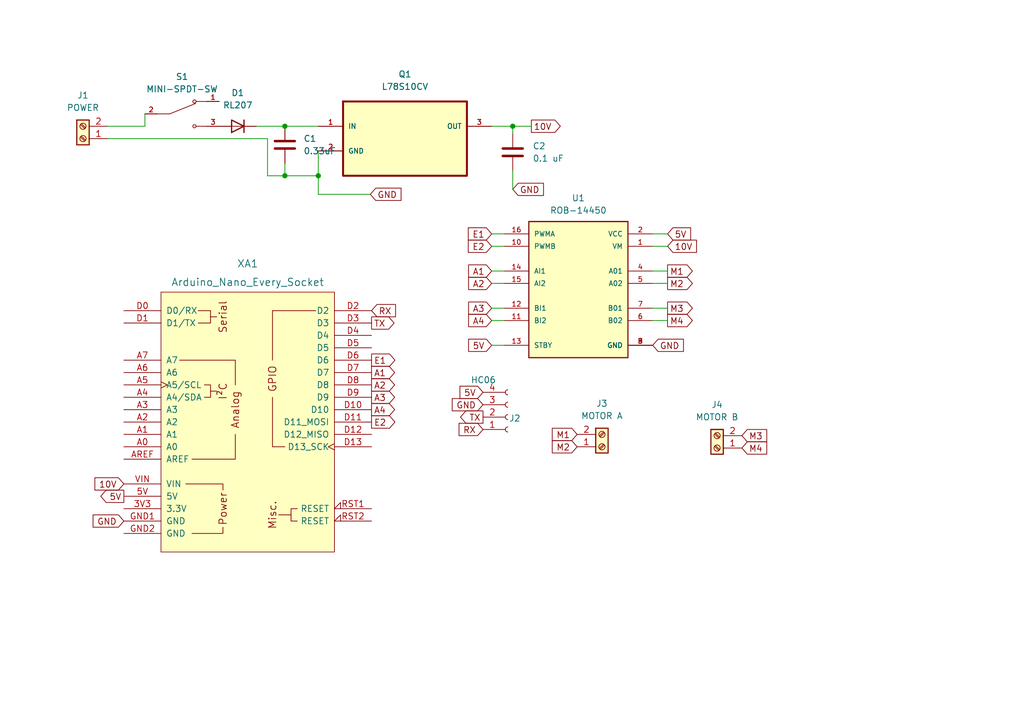
<source format=kicad_sch>
(kicad_sch (version 20230121) (generator eeschema)
  (paper "A5")
  (title_block (title "ROBOT BLUETOOTH") (company "SKILLBOTS"))
  (lib_symbols
    (symbol "Connector:Conn_01x04_Female" (pin_names (offset 1.016) hide)
      (property "Reference" "J" (at 0 5.08 0))
      (property "Value" "Conn_01x04_Female" (at 0 -7.62 0))
      (symbol "Conn_01x04_Female_1_1"
        (arc (start 0 -4.572) (mid -0.5058 -5.08) (end 0 -5.588) (stroke (width 0.1524)))
        (arc (start 0 -2.032) (mid -0.5058 -2.54) (end 0 -3.048) (stroke (width 0.1524)))
        (polyline (pts (xy -1.27 -5.08) (xy -0.508 -5.08)) (stroke (width 0.1524)))
        (polyline (pts (xy -1.27 -2.54) (xy -0.508 -2.54)) (stroke (width 0.1524)))
        (polyline (pts (xy -1.27 0) (xy -0.508 0)) (stroke (width 0.1524)))
        (polyline (pts (xy -1.27 2.54) (xy -0.508 2.54)) (stroke (width 0.1524)))
        (arc (start 0 0.508) (mid -0.5058 0) (end 0 -0.508) (stroke (width 0.1524)))
        (arc (start 0 3.048) (mid -0.5058 2.54) (end 0 2.032) (stroke (width 0.1524)))
        (pin passive line (at -5.08 2.54 0) (length 3.81) (name "Pin_1") (number "1"))
        (pin passive line (at -5.08 0 0) (length 3.81) (name "Pin_2") (number "2"))
        (pin passive line (at -5.08 -2.54 0) (length 3.81) (name "Pin_3") (number "3"))
        (pin passive line (at -5.08 -5.08 0) (length 3.81) (name "Pin_4") (number "4"))
      )
    )
    (symbol "Connector:Screw_Terminal_01x02" (pin_names (offset 1.016) hide)
      (property "Reference" "J" (at 0 2.54 0))
      (property "Value" "Screw_Terminal_01x02" (at 0 -5.08 0))
      (symbol "Screw_Terminal_01x02_1_1"
        (rectangle (start -1.27 1.27) (end 1.27 -3.81) (stroke (width 0.254)) (fill (type background)))
        (circle (center 0 -2.54) (radius 0.635) (stroke (width 0.1524)))
        (polyline (pts (xy -0.5334 -2.2098) (xy 0.3302 -3.048)) (stroke (width 0.1524)))
        (polyline (pts (xy -0.5334 0.3302) (xy 0.3302 -0.508)) (stroke (width 0.1524)))
        (polyline (pts (xy -0.3556 -2.032) (xy 0.508 -2.8702)) (stroke (width 0.1524)))
        (polyline (pts (xy -0.3556 0.508) (xy 0.508 -0.3302)) (stroke (width 0.1524)))
        (circle (center 0 0) (radius 0.635) (stroke (width 0.1524)))
        (pin passive line (at -5.08 0 0) (length 3.81) (name "Pin_1") (number "1"))
        (pin passive line (at -5.08 -2.54 0) (length 3.81) (name "Pin_2") (number "2"))
      )
    )
    (symbol "Device:C" (pin_numbers hide) (pin_names (offset 0.254))
      (property "Reference" "C" (at 0.635 2.54 0))
      (property "Value" "C" (at 0.635 -2.54 0))
      (symbol "C_0_1"
        (polyline (pts (xy -2.032 -0.762) (xy 2.032 -0.762)) (stroke (width 0.508)))
        (polyline (pts (xy -2.032 0.762) (xy 2.032 0.762)) (stroke (width 0.508)))
      )
      (symbol "C_1_1"
        (pin passive line (at 0 3.81 270) (length 2.794) (name "~") (number "1"))
        (pin passive line (at 0 -3.81 90) (length 2.794) (name "~") (number "2"))
      )
    )
    (symbol "Diode:1N4007" (pin_numbers hide) (pin_names hide)
      (property "Reference" "D" (at 0 2.54 0))
      (property "Value" "1N4007" (at 0 -2.54 0))
      (symbol "1N4007_0_1"
        (polyline (pts (xy -1.27 1.27) (xy -1.27 -1.27)) (stroke (width 0.254)))
        (polyline (pts (xy 1.27 0) (xy -1.27 0)))
        (polyline (pts (xy 1.27 1.27) (xy 1.27 -1.27) (xy -1.27 0) (xy 1.27 1.27)) (stroke (width 0.254)))
      )
      (symbol "1N4007_1_1"
        (pin passive line (at -3.81 0 0) (length 2.54) (name "K") (number "1"))
        (pin passive line (at 3.81 0 180) (length 2.54) (name "A") (number "2"))
      )
    )
    (symbol "L78S10CV:L78S10CV" (pin_names (offset 1.016))
      (property "Reference" "Q" (at -4.7306 9.1305 0))
      (property "Value" "L78S10CV" (at -4.6244 -14.8388 0))
      (symbol "L78S10CV_0_0"
        (rectangle (start -12.7 -10.16) (end 12.7 5.08) (stroke (width 0.4064)) (fill (type background)))
        (pin input line (at -17.78 0 0) (length 5.08) (name "IN") (number "1"))
        (pin passive line (at -17.78 -5.08 0) (length 5.08) (name "GND") (number "2"))
        (pin output line (at 17.78 0 180) (length 5.08) (name "OUT") (number "3"))
      )
    )
    (symbol "MINI-SPDT-SW:MINI-SPDT-SW" (pin_names (offset 1.016))
      (property "Reference" "S" (at -2.54 5.08 0))
      (property "Value" "MINI-SPDT-SW" (at -2.54 -5.08 0))
      (symbol "MINI-SPDT-SW_0_0"
        (polyline (pts (xy -2.54 0) (xy -5.08 0)) (stroke (width 0.1524)))
        (polyline (pts (xy -2.54 0) (xy 2.794 2.1336)) (stroke (width 0.1524)))
        (polyline (pts (xy 5.08 -2.54) (xy 2.921 -2.54)) (stroke (width 0.1524)))
        (polyline (pts (xy 5.08 2.54) (xy 2.921 2.54)) (stroke (width 0.1524)))
        (circle (center 2.54 -2.54) (radius 0.3302) (stroke (width 0.1524)))
        (circle (center 2.54 2.54) (radius 0.3302) (stroke (width 0.1524)))
        (pin passive line (at 7.62 2.54 180) (length 2.54) (name "~") (number "1"))
        (pin passive line (at -7.62 0 0) (length 2.54) (name "~") (number "2"))
        (pin passive line (at 7.62 -2.54 180) (length 2.54) (name "~") (number "3"))
      )
    )
    (symbol "PCM_arduino-library:Arduino_Nano_Every_Socket" (pin_names (offset 1.016))
      (property "Reference" "XA" (at 0 33.02 0))
      (property "Value" "Arduino_Nano_Every_Socket" (at 0 29.21 0))
      (symbol "Arduino_Nano_Every_Socket_0_0"
        (rectangle (start -17.78 26.67) (end 17.78 -26.67) (fill (type background)))
        (polyline (pts (xy -7.62 6.35) (xy -6.35 6.35)))
        (polyline (pts (xy -7.62 21.59) (xy -6.35 21.59)))
        (polyline (pts (xy 8.89 -19.05) (xy 6.35 -19.05)))
        (polyline (pts (xy -11.43 -22.86) (xy -5.08 -22.86) (xy -5.08 -21.59)))
        (polyline (pts (xy -5.08 -13.97) (xy -5.08 -12.7) (xy -12.7 -12.7)))
        (polyline (pts (xy -10.16 22.86) (xy -7.62 22.86) (xy -7.62 20.32) (xy -10.16 20.32)))
        (polyline (pts (xy -8.89 7.62) (xy -7.62 7.62) (xy -7.62 5.08) (xy -8.89 5.08)))
        (text "Analog" (at -2.54 2.54 900) (effects (font (size 1.524 1.524))))
        (text "I²C" (at -5.08 6.35 900) (effects (font (size 1.524 1.524))))
        (text "Misc." (at 5.08 -19.05 900) (effects (font (size 1.524 1.524))))
        (text "Power" (at -5.08 -17.78 900) (effects (font (size 1.524 1.524))))
        (text "Serial" (at -5.08 21.59 900) (effects (font (size 1.524 1.524))))
      )
      (symbol "Arduino_Nano_Every_Socket_0_1"
        (polyline (pts (xy -13.97 12.7) (xy -2.54 12.7) (xy -2.54 7.62)))
        (polyline (pts (xy -11.43 -7.62) (xy -2.54 -7.62) (xy -2.54 -2.54)))
        (polyline (pts (xy 7.62 -5.08) (xy 5.08 -5.08) (xy 5.08 5.08)))
        (polyline (pts (xy 13.97 22.86) (xy 5.08 22.86) (xy 5.08 12.7)))
        (polyline (pts (xy 10.16 -17.78) (xy 8.89 -17.78) (xy 8.89 -20.32) (xy 10.16 -20.32)))
      )
      (symbol "Arduino_Nano_Every_Socket_1_0"
        (text "GPIO" (at 5.08 8.89 900) (effects (font (size 1.524 1.524))))
      )
      (symbol "Arduino_Nano_Every_Socket_1_1"
        (pin power_out line (at -25.4 -17.78 0) (length 7.62) (name "3.3V") (number "3V3"))
        (pin power_in line (at -25.4 -15.24 0) (length 7.62) (name "5V") (number "5V"))
        (pin bidirectional line (at -25.4 -5.08 0) (length 7.62) (name "A0") (number "A0"))
        (pin bidirectional line (at -25.4 -2.54 0) (length 7.62) (name "A1") (number "A1"))
        (pin bidirectional line (at -25.4 0 0) (length 7.62) (name "A2") (number "A2"))
        (pin bidirectional line (at -25.4 2.54 0) (length 7.62) (name "A3") (number "A3"))
        (pin bidirectional line (at -25.4 5.08 0) (length 7.62) (name "A4/SDA") (number "A4"))
        (pin bidirectional clock (at -25.4 7.62 0) (length 7.62) (name "A5/SCL") (number "A5"))
        (pin input line (at -25.4 10.16 0) (length 7.62) (name "A6") (number "A6"))
        (pin input line (at -25.4 12.7 0) (length 7.62) (name "A7") (number "A7"))
        (pin input line (at -25.4 -7.62 0) (length 7.62) (name "AREF") (number "AREF"))
        (pin bidirectional line (at -25.4 22.86 0) (length 7.62) (name "D0/RX") (number "D0"))
        (pin bidirectional line (at -25.4 20.32 0) (length 7.62) (name "D1/TX") (number "D1"))
        (pin bidirectional line (at 25.4 2.54 180) (length 7.62) (name "D10") (number "D10"))
        (pin bidirectional line (at 25.4 0 180) (length 7.62) (name "D11_MOSI") (number "D11"))
        (pin bidirectional line (at 25.4 -2.54 180) (length 7.62) (name "D12_MISO") (number "D12"))
        (pin bidirectional clock (at 25.4 -5.08 180) (length 7.62) (name "D13_SCK") (number "D13"))
        (pin bidirectional line (at 25.4 22.86 180) (length 7.62) (name "D2") (number "D2"))
        (pin bidirectional line (at 25.4 20.32 180) (length 7.62) (name "D3") (number "D3"))
        (pin bidirectional line (at 25.4 17.78 180) (length 7.62) (name "D4") (number "D4"))
        (pin bidirectional line (at 25.4 15.24 180) (length 7.62) (name "D5") (number "D5"))
        (pin bidirectional line (at 25.4 12.7 180) (length 7.62) (name "D6") (number "D6"))
        (pin bidirectional line (at 25.4 10.16 180) (length 7.62) (name "D7") (number "D7"))
        (pin bidirectional line (at 25.4 7.62 180) (length 7.62) (name "D8") (number "D8"))
        (pin bidirectional line (at 25.4 5.08 180) (length 7.62) (name "D9") (number "D9"))
        (pin power_in line (at -25.4 -20.32 0) (length 7.62) (name "GND") (number "GND1"))
        (pin power_in line (at -25.4 -22.86 0) (length 7.62) (name "GND") (number "GND2"))
        (pin open_collector input_low (at 25.4 -17.78 180) (length 7.62) (name "RESET") (number "RST1"))
        (pin open_collector input_low (at 25.4 -20.32 180) (length 7.62) (name "RESET") (number "RST2"))
        (pin power_in line (at -25.4 -12.7 0) (length 7.62) (name "VIN") (number "VIN"))
      )
    )
    (symbol "ROB-14450:ROB-14450" (pin_names (offset 1.016))
      (property "Reference" "U" (at -10.16 16.002 0))
      (property "Value" "ROB-14450" (at -10.16 -15.24 0))
      (symbol "ROB-14450_0_0"
        (rectangle (start -10.16 -12.7) (end 10.16 15.24) (stroke (width 0.254)) (fill (type background)))
        (pin power_in line (at 15.24 10.16 180) (length 5.08) (name "VM") (number "1"))
        (pin input line (at -15.24 10.16 0) (length 5.08) (name "PWMB") (number "10"))
        (pin input line (at -15.24 -5.08 0) (length 5.08) (name "BI2") (number "11"))
        (pin input line (at -15.24 -2.54 0) (length 5.08) (name "BI1") (number "12"))
        (pin input line (at -15.24 -10.16 0) (length 5.08) (name "STBY") (number "13"))
        (pin input line (at -15.24 5.08 0) (length 5.08) (name "AI1") (number "14"))
        (pin input line (at -15.24 2.54 0) (length 5.08) (name "AI2") (number "15"))
        (pin input line (at -15.24 12.7 0) (length 5.08) (name "PWMA") (number "16"))
        (pin power_in line (at 15.24 12.7 180) (length 5.08) (name "VCC") (number "2"))
        (pin power_in line (at 15.24 -10.16 180) (length 5.08) (name "GND") (number "3"))
        (pin output line (at 15.24 5.08 180) (length 5.08) (name "A01") (number "4"))
        (pin output line (at 15.24 2.54 180) (length 5.08) (name "A02") (number "5"))
        (pin output line (at 15.24 -5.08 180) (length 5.08) (name "B02") (number "6"))
        (pin output line (at 15.24 -2.54 180) (length 5.08) (name "B01") (number "7"))
        (pin power_in line (at 15.24 -10.16 180) (length 5.08) (name "GND") (number "8"))
        (pin power_in line (at 15.24 -10.16 180) (length 5.08) (name "GND") (number "9"))
      )
    )
  )
  (junction (at 58.42 36.068))
  (junction (at 58.42 25.908))
  (junction (at 65.278 36.068))
  (junction (at 105.156 25.908))
  (wire (pts (xy 100.838 65.786) (xy 103.378 65.786)))
  (wire (pts (xy 54.864 28.448) (xy 54.864 36.068)))
  (wire (pts (xy 65.278 30.988) (xy 65.278 36.068)))
  (wire (pts (xy 100.838 48.006) (xy 103.378 48.006)))
  (wire (pts (xy 133.858 65.786) (xy 136.906 65.786)))
  (wire (pts (xy 58.42 36.068) (xy 65.278 36.068)))
  (wire (pts (xy 65.278 36.068) (xy 65.278 39.878)))
  (wire (pts (xy 133.858 63.246) (xy 136.906 63.246)))
  (wire (pts (xy 100.838 58.166) (xy 103.378 58.166)))
  (wire (pts (xy 58.42 25.908) (xy 65.278 25.908)))
  (wire (pts (xy 29.718 25.908) (xy 29.718 23.368)))
  (wire (pts (xy 52.578 25.908) (xy 58.42 25.908)))
  (wire (pts (xy 100.838 70.866) (xy 103.378 70.866)))
  (wire (pts (xy 100.838 50.546) (xy 103.378 50.546)))
  (wire (pts (xy 22.098 28.448) (xy 54.864 28.448)))
  (wire (pts (xy 133.858 55.626) (xy 136.906 55.626)))
  (wire (pts (xy 105.156 25.908) (xy 100.838 25.908)))
  (wire (pts (xy 100.838 63.246) (xy 103.378 63.246)))
  (wire (pts (xy 133.858 50.546) (xy 136.906 50.546)))
  (wire (pts (xy 133.858 48.006) (xy 136.906 48.006)))
  (wire (pts (xy 105.156 27.432) (xy 105.156 25.908)))
  (wire (pts (xy 105.156 25.908) (xy 108.966 25.908)))
  (wire (pts (xy 58.42 33.528) (xy 58.42 36.068)))
  (wire (pts (xy 54.864 36.068) (xy 58.42 36.068)))
  (wire (pts (xy 100.838 55.626) (xy 103.378 55.626)))
  (wire (pts (xy 105.156 35.052) (xy 105.156 38.862)))
  (wire (pts (xy 133.858 58.166) (xy 136.906 58.166)))
  (wire (pts (xy 22.098 25.908) (xy 29.718 25.908)))
  (wire (pts (xy 65.278 39.878) (xy 75.946 39.878)))
  (global_label "M4" (shape input) (at 152.146 91.948 0) (property "Intersheetrefs" "${INTERSHEET_REFS}" (effects hide)))
  (global_label "A1" (shape output) (at 76.2 76.454 0) (property "Intersheetrefs" "${INTERSHEET_REFS}" (effects hide)))
  (global_label "A1" (shape input) (at 100.838 55.626 180) (property "Intersheetrefs" "${INTERSHEET_REFS}" (effects hide)))
  (global_label "10V" (shape input) (at 25.4 99.314 180) (property "Intersheetrefs" "${INTERSHEET_REFS}" (effects hide)))
  (global_label "E2" (shape output) (at 76.2 86.614 0) (property "Intersheetrefs" "${INTERSHEET_REFS}" (effects hide)))
  (global_label "M4" (shape output) (at 136.906 65.786 0) (property "Intersheetrefs" "${INTERSHEET_REFS}" (effects hide)))
  (global_label "M2" (shape input) (at 118.364 91.694 180) (property "Intersheetrefs" "${INTERSHEET_REFS}" (effects hide)))
  (global_label "A4" (shape output) (at 76.2 84.074 0) (property "Intersheetrefs" "${INTERSHEET_REFS}" (effects hide)))
  (global_label "A4" (shape input) (at 100.838 65.786 180) (property "Intersheetrefs" "${INTERSHEET_REFS}" (effects hide)))
  (global_label "RX" (shape input) (at 99.06 88.138 180) (property "Intersheetrefs" "${INTERSHEET_REFS}" (effects hide)))
  (global_label "M3" (shape output) (at 136.906 63.246 0) (property "Intersheetrefs" "${INTERSHEET_REFS}" (effects hide)))
  (global_label "A2" (shape input) (at 100.838 58.166 180) (property "Intersheetrefs" "${INTERSHEET_REFS}" (effects hide)))
  (global_label "M3" (shape input) (at 152.146 89.408 0) (property "Intersheetrefs" "${INTERSHEET_REFS}" (effects hide)))
  (global_label "5V" (shape input) (at 100.838 70.866 180) (property "Intersheetrefs" "${INTERSHEET_REFS}" (effects hide)))
  (global_label "GND" (shape input) (at 133.858 70.866 0) (property "Intersheetrefs" "${INTERSHEET_REFS}" (effects hide)))
  (global_label "M1" (shape input) (at 118.364 89.154 180) (property "Intersheetrefs" "${INTERSHEET_REFS}" (effects hide)))
  (global_label "5V" (shape input) (at 136.906 48.006 0) (property "Intersheetrefs" "${INTERSHEET_REFS}" (effects hide)))
  (global_label "10V" (shape input) (at 136.906 50.546 0) (property "Intersheetrefs" "${INTERSHEET_REFS}" (effects hide)))
  (global_label "A2" (shape output) (at 76.2 78.994 0) (property "Intersheetrefs" "${INTERSHEET_REFS}" (effects hide)))
  (global_label "5V" (shape input) (at 99.06 80.518 180) (property "Intersheetrefs" "${INTERSHEET_REFS}" (effects hide)))
  (global_label "RX" (shape input) (at 76.2 63.754 0) (property "Intersheetrefs" "${INTERSHEET_REFS}" (effects hide)))
  (global_label "GND" (shape input) (at 99.06 83.058 180) (property "Intersheetrefs" "${INTERSHEET_REFS}" (effects hide)))
  (global_label "GND" (shape input) (at 25.4 106.934 180) (property "Intersheetrefs" "${INTERSHEET_REFS}" (effects hide)))
  (global_label "TX" (shape output) (at 99.06 85.598 180) (property "Intersheetrefs" "${INTERSHEET_REFS}" (effects hide)))
  (global_label "TX" (shape output) (at 76.2 66.294 0) (property "Intersheetrefs" "${INTERSHEET_REFS}" (effects hide)))
  (global_label "A3" (shape output) (at 76.2 81.534 0) (property "Intersheetrefs" "${INTERSHEET_REFS}" (effects hide)))
  (global_label "10V" (shape output) (at 108.966 25.908 0) (property "Intersheetrefs" "${INTERSHEET_REFS}" (effects hide)))
  (global_label "E2" (shape input) (at 100.838 50.546 180) (property "Intersheetrefs" "${INTERSHEET_REFS}" (effects hide)))
  (global_label "M2" (shape output) (at 136.906 58.166 0) (property "Intersheetrefs" "${INTERSHEET_REFS}" (effects hide)))
  (global_label "E1" (shape output) (at 76.2 73.914 0) (property "Intersheetrefs" "${INTERSHEET_REFS}" (effects hide)))
  (global_label "5V" (shape output) (at 25.4 101.854 180) (property "Intersheetrefs" "${INTERSHEET_REFS}" (effects hide)))
  (global_label "A3" (shape input) (at 100.838 63.246 180) (property "Intersheetrefs" "${INTERSHEET_REFS}" (effects hide)))
  (global_label "E1" (shape input) (at 100.838 48.006 180) (property "Intersheetrefs" "${INTERSHEET_REFS}" (effects hide)))
  (global_label "GND" (shape input) (at 105.156 38.862 0) (property "Intersheetrefs" "${INTERSHEET_REFS}" (effects hide)))
  (global_label "GND" (shape input) (at 75.946 39.878 0) (property "Intersheetrefs" "${INTERSHEET_REFS}" (effects hide)))
  (global_label "M1" (shape output) (at 136.906 55.626 0) (property "Intersheetrefs" "${INTERSHEET_REFS}" (effects hide)))
  (symbol (lib_id "Connector:Conn_01x04_Female") (at 104.14 85.598 0) (mirror x) (unit 1)
    (property "Reference" "J2" (at 104.394 85.852 0) (effects (justify left)))
    (property "Value" "HC06" (at 96.52 77.978 0) (effects (justify left)))
    (property "Footprint" "Connector_PinSocket_2.54mm:PinSocket_1x04_P2.54mm_Horizontal" (effects hide))
  )
  (symbol (lib_id "Diode:1N4007") (at 48.768 25.908 180) (unit 1)
    (property "Reference" "D1" (at 48.768 19.05 0))
    (property "Value" "RL207" (at 48.768 21.59 0))
    (property "Footprint" "Diode_THT:D_DO-41_SOD81_P10.16mm_Horizontal" (effects hide))
    (property "Datasheet" "http://www.vishay.com/docs/88503/1n4001.pdf" (effects hide))
  )
  (symbol (lib_id "Connector:Screw_Terminal_01x02") (at 147.066 91.948 180) (unit 1)
    (property "Reference" "J4" (at 147.066 83.058 0))
    (property "Value" "MOTOR B" (at 147.066 85.598 0))
    (property "Footprint" "TerminalBlock:TerminalBlock_bornier-2_P5.08mm" (effects hide))
  )
  (symbol (lib_id "PCM_arduino-library:Arduino_Nano_Every_Socket") (at 50.8 86.614 0) (unit 1)
    (property "Reference" "XA1" (at 50.8 54.102 0) (effects (font (size 1.524 1.524))))
    (property "Value" "Arduino_Nano_Every_Socket" (at 50.8 57.912 0) (effects (font (size 1.524 1.524))))
    (property "Footprint" "PCM_arduino-library:Arduino_Nano_Every_Socket" (effects hide))
    (property "Datasheet" "https://docs.arduino.cc/hardware/nano-every" (effects hide))
  )
  (symbol (lib_id "Device:C") (at 105.156 31.242 0) (unit 1)
    (property "Reference" "C2" (at 109.22 29.9719 0) (effects (justify left)))
    (property "Value" "0.1 uF" (at 109.22 32.5119 0) (effects (justify left)))
    (property "Footprint" "Capacitor_THT:C_Disc_D3.8mm_W2.6mm_P2.50mm" (effects hide))
  )
  (symbol (lib_id "MINI-SPDT-SW:MINI-SPDT-SW") (at 37.338 23.368 0) (unit 1)
    (property "Reference" "S1" (at 37.338 15.748 0))
    (property "Value" "MINI-SPDT-SW" (at 37.338 18.288 0))
    (property "Footprint" "User:SW_MINI-SPDT-SW" (effects hide))
    (property "PARTREV" "C" (effects hide))
    (property "STANDARD" "Manufacturer Recommendations" (effects hide))
    (property "MANUFACTURER" "GRAVITECH" (effects hide))
  )
  (symbol (lib_id "Device:C") (at 58.42 29.718 180) (unit 1)
    (property "Reference" "C1" (at 62.23 28.4479 0) (effects (justify right)))
    (property "Value" "0.33uF" (at 62.23 30.9879 0) (effects (justify right)))
    (property "Footprint" "Capacitor_THT:C_Disc_D3.8mm_W2.6mm_P2.50mm" (effects hide))
  )
  (symbol (lib_id "ROB-14450:ROB-14450") (at 118.618 60.706 0) (unit 1)
    (property "Reference" "U1" (at 118.618 40.64 0))
    (property "Value" "ROB-14450" (at 118.618 43.18 0))
    (property "Footprint" "User:MODULE_ROB-14450" (effects hide))
    (property "PARTREV" "11-13-17" (effects hide))
    (property "MANUFACTURER" "Sparkfun Electronics" (effects hide))
    (property "STANDARD" "Manufacturer Recommendation" (effects hide))
  )
  (symbol (lib_id "Connector:Screw_Terminal_01x02") (at 17.018 28.448 180) (unit 1)
    (property "Reference" "J1" (at 17.018 19.558 0))
    (property "Value" "POWER" (at 17.018 22.098 0))
    (property "Footprint" "TerminalBlock:TerminalBlock_bornier-2_P5.08mm" (effects hide))
  )
  (symbol (lib_id "Connector:Screw_Terminal_01x02") (at 123.444 91.694 0) (mirror x) (unit 1)
    (property "Reference" "J3" (at 123.444 82.804 0))
    (property "Value" "MOTOR A" (at 123.444 85.344 0))
    (property "Footprint" "TerminalBlock:TerminalBlock_bornier-2_P5.08mm" (effects hide))
  )
  (symbol (lib_id "L78S10CV:L78S10CV") (at 83.058 25.908 0) (unit 1)
    (property "Reference" "Q1" (at 83.058 15.24 0))
    (property "Value" "L78S10CV" (at 83.058 17.78 0))
    (property "Footprint" "User:TO254P450X1020X1935-3P" (effects hide))
    (property "SUPPLIER" "STMicroelectronics" (effects hide))
    (property "MPN" "L78S10CV" (effects hide))
    (property "OC_NEWARK" "26M0571" (effects hide))
    (property "OC_FARNELL" "1087139" (effects hide))
    (property "PACKAGE" "TO-220" (effects hide))
  )
)
</source>
